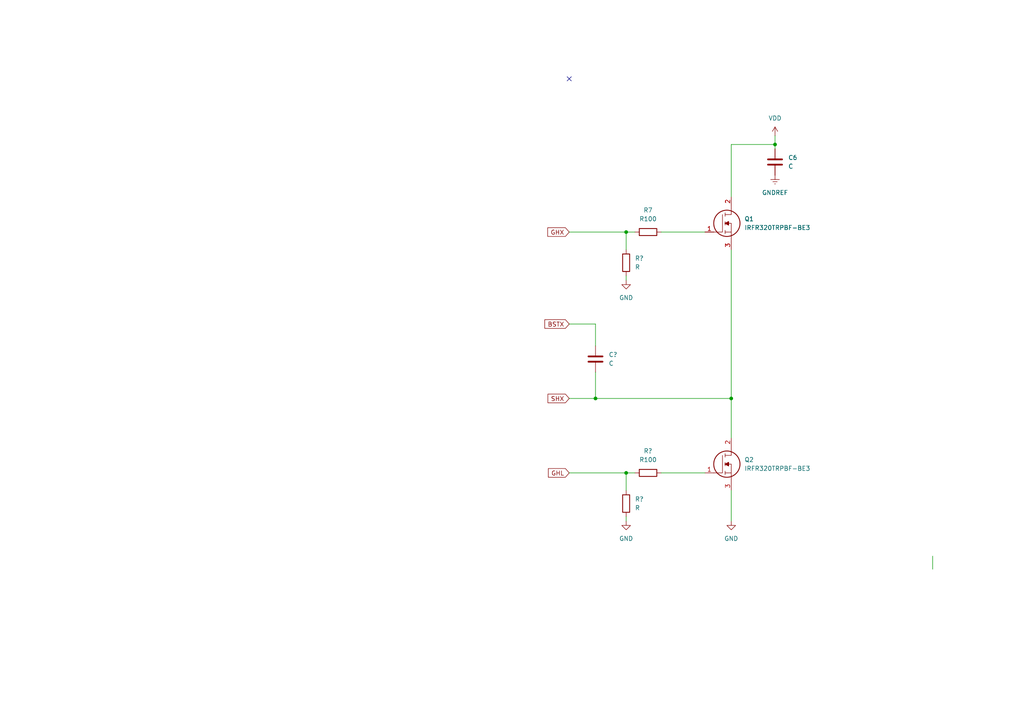
<source format=kicad_sch>
(kicad_sch (version 20211123) (generator eeschema)
  (paper "A4")
  (title_block (title "ESC GATE DRIVE") (company "CBSTX, must be as close to SHX AND BSTX as possible"))
  (lib_symbols
    (symbol "Device:C" (pin_numbers hide) (pin_names (offset 0.254))
      (property "Reference" "C" (at 0.635 2.54 0))
      (property "Value" "C" (at 0.635 -2.54 0))
      (symbol "C_0_1"
        (polyline (pts (xy -2.032 -0.762) (xy 2.032 -0.762)) (stroke (width 0.508)))
        (polyline (pts (xy -2.032 0.762) (xy 2.032 0.762)) (stroke (width 0.508)))
      )
      (symbol "C_1_1"
        (pin passive line (at 0 3.81 270) (length 2.794) (name "~") (number "1"))
        (pin passive line (at 0 -3.81 90) (length 2.794) (name "~") (number "2"))
      )
    )
    (symbol "Device:R" (pin_numbers hide) (pin_names (offset 0))
      (property "Reference" "R" (at 2.032 0 90))
      (property "Value" "R" (at 0 0 90))
      (symbol "R_0_1"
        (rectangle (start -1.016 -2.54) (end 1.016 2.54) (stroke (width 0.254)))
      )
      (symbol "R_1_1"
        (pin passive line (at 0 3.81 270) (length 1.27) (name "~") (number "1"))
        (pin passive line (at 0 -3.81 90) (length 1.27) (name "~") (number "2"))
      )
    )
    (symbol "IRFR320TRPBF-BE3:IRFR320TRPBF-BE3" (pin_names (offset 0.762))
      (property "Reference" "Q" (at 11.43 3.81 0))
      (property "Value" "IRFR320TRPBF-BE3" (at 11.43 1.27 0))
      (symbol "IRFR320TRPBF-BE3_0_0"
        (pin passive line (at 0 0 0) (length 2.54) (name "~") (number "1"))
        (pin passive line (at 7.62 10.16 270) (length 2.54) (name "~") (number "2"))
        (pin passive line (at 7.62 -5.08 90) (length 2.54) (name "~") (number "3"))
      )
      (symbol "IRFR320TRPBF-BE3_0_1"
        (polyline (pts (xy 5.842 -0.508) (xy 5.842 0.508)) (stroke (width 0.1524)))
        (polyline (pts (xy 5.842 0) (xy 7.62 0)) (stroke (width 0.1524)))
        (polyline (pts (xy 5.842 2.032) (xy 5.842 3.048)) (stroke (width 0.1524)))
        (polyline (pts (xy 5.842 5.588) (xy 5.842 4.572)) (stroke (width 0.1524)))
        (polyline (pts (xy 7.62 2.54) (xy 5.842 2.54)) (stroke (width 0.1524)))
        (polyline (pts (xy 7.62 2.54) (xy 7.62 -2.54)) (stroke (width 0.1524)))
        (polyline (pts (xy 7.62 5.08) (xy 5.842 5.08)) (stroke (width 0.1524)))
        (polyline (pts (xy 7.62 5.08) (xy 7.62 7.62)) (stroke (width 0.1524)))
        (polyline (pts (xy 2.54 0) (xy 5.08 0) (xy 5.08 5.08)) (stroke (width 0.1524)))
        (polyline (pts (xy 5.842 2.54) (xy 6.858 3.048) (xy 6.858 2.032) (xy 5.842 2.54)) (stroke (width 0.254)) (fill (type outline)))
        (circle (center 6.35 2.54) (radius 3.81) (stroke (width 0.254)))
      )
    )
    (symbol "power:GND" (power) (pin_names (offset 0))
      (property "Value" "GND" (at 0 -3.81 0))
      (symbol "GND_0_1"
        (polyline (pts (xy 0 0) (xy 0 -1.27) (xy 1.27 -1.27) (xy 0 -2.54) (xy -1.27 -1.27) (xy 0 -1.27)))
      )
      (symbol "GND_1_1"
        (pin power_in line (at 0 0 270) (length 0) hide (name "GND") (number "1"))
      )
    )
    (symbol "power:GNDREF" (power) (pin_names (offset 0))
      (property "Value" "GNDREF" (at 0 -3.81 0))
      (symbol "GNDREF_0_1"
        (polyline (pts (xy -0.635 -1.905) (xy 0.635 -1.905)))
        (polyline (pts (xy -0.127 -2.54) (xy 0.127 -2.54)))
        (polyline (pts (xy 0 -1.27) (xy 0 0)))
        (polyline (pts (xy 1.27 -1.27) (xy -1.27 -1.27)))
      )
      (symbol "GNDREF_1_1"
        (pin power_in line (at 0 0 270) (length 0) hide (name "GNDREF") (number "1"))
      )
    )
    (symbol "power:VDD" (power) (pin_names (offset 0))
      (property "Value" "VDD" (at 0 3.81 0))
      (symbol "VDD_0_1"
        (polyline (pts (xy -0.762 1.27) (xy 0 2.54)))
        (polyline (pts (xy 0 0) (xy 0 2.54)))
        (polyline (pts (xy 0 2.54) (xy 0.762 1.27)))
      )
      (symbol "VDD_1_1"
        (pin power_in line (at 0 0 90) (length 0) hide (name "VDD") (number "1"))
      )
    )
  )
  (junction (at 181.61 137.16))
  (junction (at 224.79 41.91))
  (junction (at 212.09 115.57))
  (junction (at 172.72 115.57))
  (junction (at 181.61 67.31))
  (no_connect (at 165.1 22.86))
  (wire (pts (xy 181.61 67.31) (xy 184.15 67.31)))
  (wire (pts (xy 212.09 72.39) (xy 212.09 115.57)))
  (wire (pts (xy 165.1 67.31) (xy 181.61 67.31)))
  (wire (pts (xy 212.09 142.24) (xy 212.09 151.13)))
  (wire (pts (xy 165.1 115.57) (xy 172.72 115.57)))
  (wire (pts (xy 191.77 67.31) (xy 204.47 67.31)))
  (wire (pts (xy 165.1 137.16) (xy 181.61 137.16)))
  (wire (pts (xy 181.61 67.31) (xy 181.61 72.39)))
  (wire (pts (xy 181.61 149.86) (xy 181.61 151.13)))
  (wire (pts (xy 181.61 137.16) (xy 184.15 137.16)))
  (wire (pts (xy 270.51 165.1) (xy 270.51 161.29)))
  (wire (pts (xy 212.09 115.57) (xy 212.09 127)))
  (wire (pts (xy 181.61 80.01) (xy 181.61 81.28)))
  (wire (pts (xy 172.72 107.95) (xy 172.72 115.57)))
  (wire (pts (xy 212.09 41.91) (xy 224.79 41.91)))
  (wire (pts (xy 165.1 93.98) (xy 172.72 93.98)))
  (wire (pts (xy 212.09 57.15) (xy 212.09 41.91)))
  (wire (pts (xy 191.77 137.16) (xy 204.47 137.16)))
  (wire (pts (xy 181.61 137.16) (xy 181.61 142.24)))
  (wire (pts (xy 172.72 93.98) (xy 172.72 100.33)))
  (wire (pts (xy 172.72 115.57) (xy 212.09 115.57)))
  (wire (pts (xy 224.79 41.91) (xy 224.79 43.18)))
  (wire (pts (xy 224.79 39.37) (xy 224.79 41.91)))
  (global_label "GHX" (shape input) (at 165.1 67.31 180) (property "Intersheet References" "${INTERSHEET_REFS}" (effects hide)))
  (global_label "SHX" (shape input) (at 165.1 115.57 180) (property "Intersheet References" "${INTERSHEET_REFS}" (effects hide)))
  (global_label "GHL" (shape input) (at 165.1 137.16 180) (property "Intersheet References" "${INTERSHEET_REFS}" (effects hide)))
  (global_label "BSTX" (shape input) (at 165.1 93.98 180) (property "Intersheet References" "${INTERSHEET_REFS}" (effects hide)))
  (symbol (lib_id "power:GND") (at 212.09 151.13 0) (unit 1)
    (property "Reference" "#PWR?" (effects hide))
    (property "Value" "GND" (at 212.09 156.21 0))
  )
  (symbol (lib_id "Device:C") (at 224.79 46.99 0) (unit 1)
    (property "Reference" "C6" (at 228.6 45.7199 0) (effects (justify left)))
    (property "Value" "C" (at 228.6 48.2599 0) (effects (justify left)))
  )
  (symbol (lib_id "Device:R") (at 187.96 137.16 270) (unit 1)
    (property "Reference" "R?" (at 187.96 130.81 90))
    (property "Value" "R100" (at 187.96 133.35 90))
  )
  (symbol (lib_id "Device:C") (at 172.72 104.14 0) (unit 1)
    (property "Reference" "C?" (at 176.53 102.8699 0) (effects (justify left)))
    (property "Value" "C" (at 176.53 105.4099 0) (effects (justify left)))
  )
  (symbol (lib_id "IRFR320TRPBF-BE3:IRFR320TRPBF-BE3") (at 204.47 67.31 0) (unit 1)
    (property "Reference" "Q1" (at 215.9 63.4999 0) (effects (justify left)))
    (property "Value" "IRFR320TRPBF-BE3" (at 215.9 66.0399 0) (effects (justify left)))
    (property "Footprint" "IRFR320TRPBFBE3" (effects hide))
    (property "Datasheet" "https://www.vishay.com/docs/91273/sihfr320.pdf" (effects hide))
    (property "Description" "MOSFET N-CHANNEL 400V" (effects hide))
    (property "Height" "2.52" (effects hide))
    (property "Mouser Part Number" "78-IRFR320TRPBF-BE3" (effects hide))
    (property "Mouser Price/Stock" "https://www.mouser.co.uk/ProductDetail/Vishay-Semiconductors/IRFR320TRPBF-BE3?qs=TCDPyi3sCW35%2Ff7twG6d5A%3D%3D" (effects hide))
    (property "Manufacturer_Name" "Vishay" (effects hide))
    (property "Manufacturer_Part_Number" "IRFR320TRPBF-BE3" (effects hide))
  )
  (symbol (lib_id "power:GNDREF") (at 224.79 50.8 0) (unit 1)
    (property "Reference" "#PWR016" (effects hide))
    (property "Value" "GNDREF" (at 224.79 55.88 0))
  )
  (symbol (lib_id "Device:R") (at 181.61 146.05 0) (unit 1)
    (property "Reference" "R?" (at 184.15 144.7799 0) (effects (justify left)))
    (property "Value" "R" (at 184.15 147.3199 0) (effects (justify left)))
  )
  (symbol (lib_id "Device:R") (at 187.96 67.31 270) (unit 1)
    (property "Reference" "R7" (at 187.96 60.96 90))
    (property "Value" "R100" (at 187.96 63.5 90))
  )
  (symbol (lib_id "power:GND") (at 181.61 81.28 0) (unit 1)
    (property "Reference" "#PWR?" (effects hide))
    (property "Value" "GND" (at 181.61 86.36 0))
  )
  (symbol (lib_id "Device:R") (at 181.61 76.2 0) (unit 1)
    (property "Reference" "R?" (at 184.15 74.9299 0) (effects (justify left)))
    (property "Value" "R" (at 184.15 77.4699 0) (effects (justify left)))
  )
  (symbol (lib_id "power:VDD") (at 224.79 39.37 0) (unit 1)
    (property "Reference" "#PWR015" (effects hide))
    (property "Value" "VDD" (at 224.79 34.29 0))
  )
  (symbol (lib_id "IRFR320TRPBF-BE3:IRFR320TRPBF-BE3") (at 204.47 137.16 0) (unit 1)
    (property "Reference" "Q2" (at 215.9 133.3499 0) (effects (justify left)))
    (property "Value" "IRFR320TRPBF-BE3" (at 215.9 135.8899 0) (effects (justify left)))
    (property "Footprint" "IRFR320TRPBFBE3" (effects hide))
    (property "Datasheet" "https://www.vishay.com/docs/91273/sihfr320.pdf" (effects hide))
    (property "Description" "MOSFET N-CHANNEL 400V" (effects hide))
    (property "Height" "2.52" (effects hide))
    (property "Mouser Part Number" "78-IRFR320TRPBF-BE3" (effects hide))
    (property "Mouser Price/Stock" "https://www.mouser.co.uk/ProductDetail/Vishay-Semiconductors/IRFR320TRPBF-BE3?qs=TCDPyi3sCW35%2Ff7twG6d5A%3D%3D" (effects hide))
    (property "Manufacturer_Name" "Vishay" (effects hide))
    (property "Manufacturer_Part_Number" "IRFR320TRPBF-BE3" (effects hide))
  )
  (symbol (lib_id "power:GND") (at 181.61 151.13 0) (unit 1)
    (property "Reference" "#PWR?" (effects hide))
    (property "Value" "GND" (at 181.61 156.21 0))
  )
)
</source>
